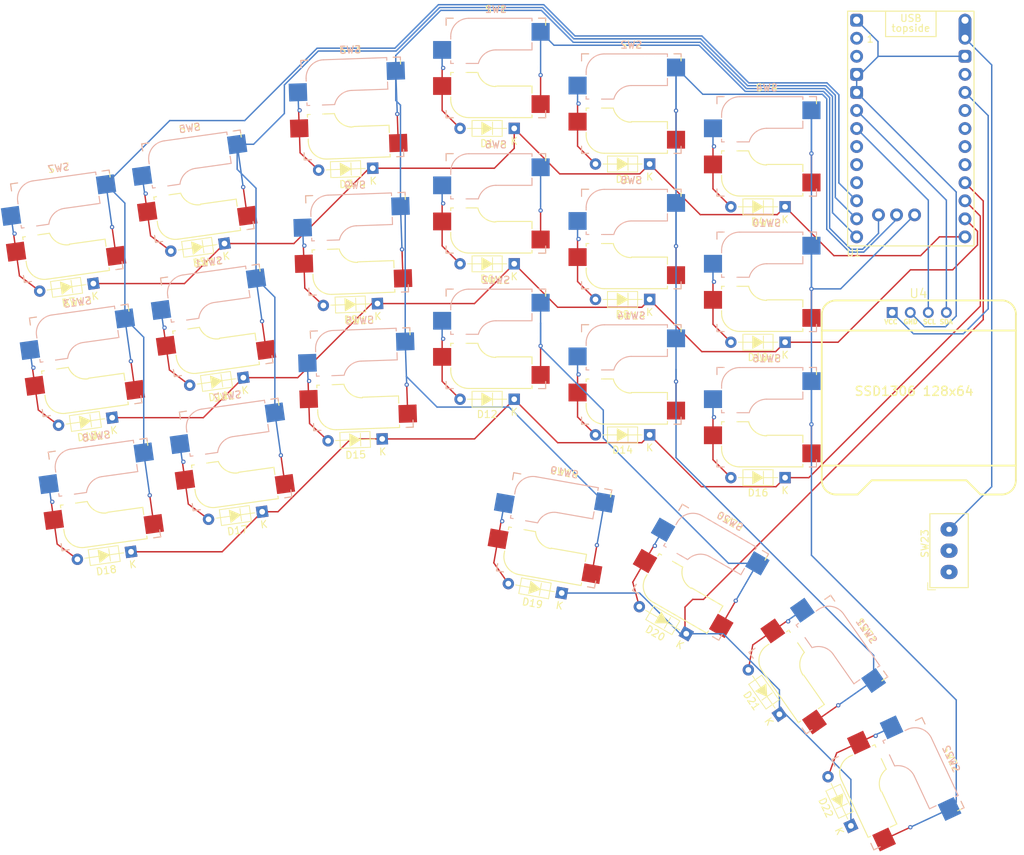
<source format=kicad_pcb>
(kicad_pcb (version 20241229) (generator "pcbnew") (generator_version "9.0")
  (title_block (title "Wing46") (rev "3"))
  (layers (0 "F.Cu" signal) (2 "B.Cu" signal) (13 "F.Paste" user) (15 "B.Paste" user) (5 "F.SilkS" user "F.Silkscreen") (7 "B.SilkS" user "B.Silkscreen") (1 "F.Mask" user) (3 "B.Mask" user) (25 "Edge.Cuts" user))
  (net 0 "")
  (net 1 "/Row1")
  (net 2 "/Col4")
  (net 3 "Earth")
  (net 4 "/Row4")
  (net 5 "/Col1")
  (net 6 "/Col5")
  (net 7 "/Col6")
  (net 8 "/Row2")
  (net 9 "/Col2")
  (net 10 "/Col3")
  (net 11 "/Row3")
  (net 17 "+3V3")
  (net 18 "/SDA")
  (net 19 "/SCL")
  (net 20 "/B+")
  (net 21 "Net-(D1-A)")
  (net 22 "Net-(D2-A)")
  (net 23 "Net-(D3-A)")
  (net 24 "Net-(D4-A)")
  (net 25 "Net-(D5-A)")
  (net 26 "Net-(D6-A)")
  (net 27 "Net-(D7-A)")
  (net 28 "Net-(D8-A)")
  (net 29 "Net-(D9-A)")
  (net 30 "Net-(D10-A)")
  (net 31 "Net-(D11-A)")
  (net 32 "Net-(D12-A)")
  (net 33 "Net-(D13-A)")
  (net 34 "Net-(D14-A)")
  (net 35 "Net-(D15-A)")
  (net 36 "Net-(D16-A)")
  (net 37 "Net-(D17-A)")
  (net 38 "Net-(D18-A)")
  (net 39 "Net-(D19-A)")
  (net 40 "Net-(D20-A)")
  (net 41 "Net-(D21-A)")
  (net 42 "Net-(D22-A)")
  (net 44 "Net-(BT1-+)")
  (footprint "PCM_Diode_THT_AKL:D_DO-35_SOD27_P7.62mm_Horizontal" (layer "F.Cu") (at 134.043972 96.549184 180)
    (property "Reference" "D14")
    (property "Value" "1N4148" (hide yes))
  )
  (footprint "keyswitches:Kailh_socket_MX_reversible" (layer "F.Cu") (at 52.053758 67.205861 8)
    (property "Reference" "SW7")
    (property "Value" "KS33_SW_HS")
  )
  (footprint "keyswitches:Kailh_socket_MX_reversible" (layer "F.Cu") (at 54.705005 86.070468 8)
    (property "Reference" "SW13")
    (property "Value" "KS33_SW_HS")
  )
  (footprint "PCM_Diode_THT_AKL:D_DO-35_SOD27_P7.62mm_Horizontal" (layer "F.Cu") (at 55.79162 75.264072 -172)
    (property "Reference" "D7")
    (property "Value" "1N4148" (hide yes))
  )
  (footprint "keyswitches:Kailh_socket_MX_reversible" (layer "F.Cu") (at 112.413972 63.986026)
    (property "Reference" "SW6")
    (property "Value" "KS33_SW_HS")
  )
  (footprint "keyswitches:Kailh_socket_MX_reversible" (layer "F.Cu") (at 131.463972 88.049184)
    (property "Reference" "SW14")
    (property "Value" "KS33_SW_HS")
  )
  (footprint "PCM_Diode_THT_AKL:D_DO-35_SOD27_P7.62mm_Horizontal" (layer "F.Cu") (at 79.540103 107.363416 -172)
    (property "Reference" "D17")
    (property "Value" "1N4148" (hide yes))
  )
  (footprint "keyswitches:Kailh_socket_MX_reversible" (layer "F.Cu") (at 150.513972 75.014973)
    (property "Reference" "SW10")
    (property "Value" "KS33_SW_HS")
  )
  (footprint "PCM_Diode_THT_AKL:D_DO-35_SOD27_P7.62mm_Horizontal" (layer "F.Cu") (at 76.888856 88.498809 -172)
    (property "Reference" "D11")
    (property "Value" "1N4148" (hide yes))
  )
  (footprint "keyswitches:Kailh_socket_MX_reversible" (layer "F.Cu") (at 150.513972 94.064973)
    (property "Reference" "SW16")
    (property "Value" "KS33_SW_HS")
  )
  (footprint "keyswitches:Kailh_socket_MX_reversible" (layer "F.Cu") (at 75.802241 99.305205 8)
    (property "Reference" "SW17")
    (property "Value" "KS33_SW_HS")
  )
  (footprint "keyswitches:Kailh_socket_MX_reversible" (layer "F.Cu") (at 120.607043 109.979303 -10)
    (property "Reference" "SW19")
    (property "Value" "KS33_SW_HS")
  )
  (footprint "PCM_Diode_THT_AKL:D_DO-35_SOD27_P7.62mm_Horizontal" (layer "F.Cu") (at 139.192448 124.524651 150)
    (property "Reference" "D20")
    (property "Value" "1N4148" (hide yes))
  )
  (footprint "PCM_Diode_THT_AKL:D_DO-35_SOD27_P7.62mm_Horizontal" (layer "F.Cu") (at 134.043972 77.499184 180)
    (property "Reference" "D8")
    (property "Value" "1N4148" (hide yes))
  )
  (footprint "PCM_Diode_THT_AKL:D_DO-35_SOD27_P7.62mm_Horizontal" (layer "F.Cu") (at 114.993972 91.536026 180)
    (property "Reference" "D12")
    (property "Value" "1N4148" (hide yes))
  )
  (footprint "keyswitches:Kailh_socket_MX_reversible" (layer "F.Cu") (at 112.413972 44.936026)
    (property "Reference" "SW1")
    (property "Value" "KS33_SW_HS")
  )
  (footprint "keyswitches:Kailh_socket_MX_reversible" (layer "F.Cu") (at 92.885698 69.67257 2)
    (property "Reference" "SW9")
    (property "Value" "KS33_SW_HS")
  )
  (footprint "keyswitches:Kailh_socket_MX_reversible" (layer "F.Cu") (at 157.781978 128.862511 -55)
    (property "Reference" "SW21")
    (property "Value" "KS33_SW_HS")
  )
  (footprint "keyswitches:Kailh_socket_MX_reversible" (layer "F.Cu") (at 168.967789 145.615351 -65)
    (property "Reference" "SW22")
    (property "Value" "KS33_SW_HS")
  )
  (footprint "keyswitches:Kailh_socket_MX_reversible" (layer "F.Cu") (at 131.463972 68.999184)
    (property "Reference" "SW8")
    (property "Value" "KS33_SW_HS")
  )
  (footprint "PCM_Diode_THT_AKL:D_DO-35_SOD27_P7.62mm_Horizontal" (layer "F.Cu") (at 95.095937 59.038956 -178)
    (property "Reference" "D3")
    (property "Value" "1N4148" (hide yes))
  )
  (footprint "PCM_Diode_THT_AKL:D_DO-35_SOD27_P7.62mm_Horizontal" (layer "F.Cu") (at 162.354528 151.54588 115)
    (property "Reference" "D22")
    (property "Value" "1N4148" (hide yes))
  )
  (footprint "keyswitches:Kailh_socket_MX_reversible" (layer "F.Cu") (at 93.550533 88.710965 2)
    (property "Reference" "SW15")
    (property "Value" "KS33_SW_HS")
  )
  (footprint "PCM_marbastlib-xp-promicroish:SuperMini_nRF52840_AH_USBup" (layer "F.Cu") (at 170.783973 54.726026)
    (property "Reference" "U1")
    (property "Value" "SuperMini nRF52840")
  )
  (footprint "PCM_Diode_THT_AKL:D_DO-35_SOD27_P7.62mm_Horizontal" (layer "F.Cu") (at 134.043972 58.449184 180)
    (property "Reference" "D2")
    (property "Value" "1N4148" (hide yes))
  )
  (footprint "PCM_Diode_THT_AKL:D_DO-35_SOD27_P7.62mm_Horizontal" (layer "F.Cu") (at 152.299013 135.851322 125)
    (property "Reference" "D21")
    (property "Value" "1N4148" (hide yes))
  )
  (footprint "keyswitches:Kailh_socket_MX_reversible" (layer "F.Cu") (at 131.463972 49.949184)
    (property "Reference" "SW2")
    (property "Value" "KS33_SW_HS")
  )
  (footprint "keyswitches:Kailh_socket_MX_reversible" (layer "F.Cu") (at 150.513972 55.964973)
    (property "Reference" "SW4")
    (property "Value" "KS33_SW_HS")
  )
  (footprint "PCM_SL_Devices:Slide_Switch_SPDT_P3mm_10x5x10mm" (layer "F.Cu") (at 176.163973 115.836026 90)
    (property "Reference" "SW23")
    (property "Value" "Slide_Switch_SPDT_P3mm_10x5x10mm")
  )
  (footprint "keyswitches:Kailh_socket_MX_reversible" (layer "F.Cu") (at 73.150994 80.440598 8)
    (property "Reference" "SW11")
    (property "Value" "KS33_SW_HS")
  )
  (footprint "keyswitches:Kailh_socket_MX_reversible" (layer "F.Cu") (at 57.356253 104.935075 8)
    (property "Reference" "SW18")
    (property "Value" "KS33_SW_HS")
  )
  (footprint "PCM_Diode_THT_AKL:D_DO-35_SOD27_P7.62mm_Horizontal" (layer "F.Cu") (at 58.442867 94.128679 -172)
    (property "Reference" "D13")
    (property "Value" "1N4148" (hide yes))
  )
  (footprint "PCM_Diode_THT_AKL:D_DO-35_SOD27_P7.62mm_Horizontal" (layer "F.Cu") (at 153.093972 102.564973 180)
    (property "Reference" "D16")
    (property "Value" "1N4148" (hide yes))
  )
  (footprint "keyswitches:Kailh_socket_MX_reversible" (layer "F.Cu") (at 141.208102 115.873436 -30)
    (property "Reference" "SW20")
    (property "Value" "KS33_SW_HS")
  )
  (footprint "Library:SSD1306" (layer "F.Cu") (at 158.257973 104.935926)
    (property "Reference" "U4")
    (property "Value" "SSD1306-128X64-OLED-0.96")
  )
  (footprint "PCM_Diode_THT_AKL:D_DO-35_SOD27_P7.62mm_Horizontal" (layer "F.Cu") (at 61.094115 112.993286 -172)
    (property "Reference" "D18")
    (property "Value" "1N4148" (hide yes))
  )
  (footprint "PCM_Diode_THT_AKL:D_DO-35_SOD27_P7.62mm_Horizontal" (layer "F.Cu") (at 153.093972 83.514973 180)
    (property "Reference" "D10")
    (property "Value" "1N4148" (hide yes))
  )
  (footprint "PCM_Diode_THT_AKL:D_DO-35_SOD27_P7.62mm_Horizontal" (layer "F.Cu") (at 96.425607 97.115746 -178)
    (property "Reference" "D15")
    (property "Value" "1N4148" (hide yes))
  )
  (footprint "PCM_Diode_THT_AKL:D_DO-35_SOD27_P7.62mm_Horizontal" (layer "F.Cu") (at 153.093972 64.464973 180)
    (property "Reference" "D4")
    (property "Value" "1N4148" (hide yes))
  )
  (footprint "PCM_Diode_THT_AKL:D_DO-35_SOD27_P7.62mm_Horizontal" (layer "F.Cu") (at 114.993972 72.486026 180)
    (property "Reference" "D6")
    (property "Value" "1N4148" (hide yes))
  )
  (footprint "keyswitches:Kailh_socket_MX_reversible" (layer "F.Cu") (at 92.220863 50.634175 2)
    (property "Reference" "SW3")
    (property "Value" "KS33_SW_HS")
  )
  (footprint "keyswitches:Kailh_socket_MX_reversible" (layer "F.Cu") (at 112.413972 83.036026)
    (property "Reference" "SW12")
    (property "Value" "KS33_SW_HS")
  )
  (footprint "keyswitches:Kailh_socket_MX_reversible" (layer "F.Cu") (at 70.499746 61.575992 8)
    (property "Reference" "SW5")
    (property "Value" "KS33_SW_HS")
  )
  (footprint "PCM_Diode_THT_AKL:D_DO-35_SOD27_P7.62mm_Horizontal" (layer "F.Cu") (at 74.237608 69.634203 -172)
    (property "Reference" "D5")
    (property "Value" "1N4148" (hide yes))
  )
  (footprint "PCM_Diode_THT_AKL:D_DO-35_SOD27_P7.62mm_Horizontal" (layer "F.Cu") (at 121.671837 118.798181 170)
    (property "Reference" "D19")
    (property "Value" "1N4148" (hide yes))
  )
  (footprint "PCM_Diode_THT_AKL:D_DO-35_SOD27_P7.62mm_Horizontal" (layer "F.Cu") (at 114.993972 53.436026 180)
    (property "Reference" "D1")
    (property "Value" "1N4148" (hide yes))
  )
  (footprint "PCM_Diode_THT_AKL:D_DO-35_SOD27_P7.62mm_Horizontal" (layer "F.Cu") (at 95.760772 78.077351 -178)
    (property "Reference" "D9")
    (property "Value" "1N4148" (hide yes))
  )
  (segment (start 151.992972 65.565973) (end 153.093972 64.464973) (width 0.2) (layer "F.Cu") (net 1))
  (segment (start 132.65713 59.836026) (end 134.043972 58.449184) (width 0.2) (layer "F.Cu") (net 1))
  (segment (start 95.095937 59.038956) (end 112.203333 59.038956) (width 0.2) (layer "F.Cu") (net 1))
  (segment (start 134.043972 58.449184) (end 141.160761 65.565973) (width 0.2) (layer "F.Cu") (net 1))
  (segment (start 112.203333 59.038956) (end 114.993972 56.248317) (width 0.2) (layer "F.Cu") (net 1))
  (segment (start 172.163973 71.336026) (end 174.803973 68.696026) (width 0.2) (layer "F.Cu") (net 1))
  (segment (start 114.993972 56.248317) (end 114.993972 53.436026) (width 0.2) (layer "F.Cu") (net 1))
  (segment (start 114.993972 53.436026) (end 121.393972 59.836026) (width 0.2) (layer "F.Cu") (net 1))
  (segment (start 74.237608 69.634203) (end 84.004546 69.634203) (width 0.2) (layer "F.Cu") (net 1))
  (segment (start 55.79162 75.264072) (end 68.607739 75.264072) (width 0.2) (layer "F.Cu") (net 1))
  (segment (start 68.607739 75.264072) (end 74.237608 69.634203) (width 0.2) (layer "F.Cu") (net 1))
  (segment (start 174.803973 68.696026) (end 178.403973 68.696026) (width 0.2) (layer "F.Cu") (net 1))
  (segment (start 94.599793 59.038956) (end 95.095937 59.038956) (width 0.2) (layer "F.Cu") (net 1))
  (segment (start 159.965025 71.336026) (end 172.163973 71.336026) (width 0.2) (layer "F.Cu") (net 1))
  (segment (start 84.004546 69.634203) (end 94.599793 59.038956) (width 0.2) (layer "F.Cu") (net 1))
  (segment (start 121.393972 59.836026) (end 132.65713 59.836026) (width 0.2) (layer "F.Cu") (net 1))
  (segment (start 141.160761 65.565973) (end 151.992972 65.565973) (width 0.2) (layer "F.Cu") (net 1))
  (segment (start 153.093972 64.464973) (end 159.965025 71.336026) (width 0.2) (layer "F.Cu") (net 1))
  (segment (start 118.703972 50.016026) (end 118.703972 45.936026) (width 0.2) (layer "F.Cu") (net 2))
  (segment (start 118.703972 88.116026) (end 118.703972 84.036026) (width 0.2) (layer "F.Cu") (net 2))
  (segment (start 118.703972 69.066026) (end 118.703972 64.986026) (width 0.2) (layer "F.Cu") (net 2))
  (segment (start 144.115402 123.417845) (end 146.155402 119.884461) (width 0.2) (layer "F.Cu") (net 2))
  (via (at 118.703972 45.936026) (size 0.6) (drill 0.3) (layers "F.Cu" "B.Cu") (net 2))
  (via (at 146.155402 119.884461) (size 0.6) (drill 0.3) (layers "F.Cu" "B.Cu") (net 2))
  (via (at 118.703972 64.986026) (size 0.6) (drill 0.3) (layers "F.Cu" "B.Cu") (net 2))
  (via (at 118.703972 84.036026) (size 0.6) (drill 0.3) (layers "F.Cu" "B.Cu") (net 2))
  (segment (start 149.195402 114.619027) (end 146.155402 119.884461) (width 0.2) (layer "B.Cu") (net 2))
  (segment (start 147.497873 48.237026) (end 140.997873 41.737026) (width 0.2) (layer "B.Cu") (net 2))
  (segment (start 166.237373 65.602306) (end 166.237373 68.195526) (width 0.2) (layer "B.Cu") (net 2))
  (segment (start 120.584972 41.737026) (end 118.703972 39.856026) (width 0.2) (layer "B.Cu") (net 2))
  (segment (start 118.703972 80.836026) (end 118.703972 84.036026) (width 0.2) (layer "B.Cu") (net 2))
  (segment (start 159.361973 49.104669) (end 158.49433 48.237026) (width 0.2) (layer "B.Cu") (net 2))
  (segment (start 118.703972 84.256893) (end 118.703972 80.836026) (width 0.2) (layer "B.Cu") (net 2))
  (segment (start 145.138765 114.619027) (end 127.524972 97.005234) (width 0.2) (layer "B.Cu") (net 2))
  (segment (start 127.524972 93.077893) (end 118.703972 84.256893) (width 0.2) (layer "B.Cu") (net 2))
  (segment (start 158.49433 48.237026) (end 147.497873 48.237026) (width 0.2) (layer "B.Cu") (net 2))
  (segment (start 162.330073 70.435026) (end 159.361973 67.466926) (width 0.2) (layer "B.Cu") (net 2))
  (segment (start 163.997873 70.435026) (end 162.330073 70.435026) (width 0.2) (layer "B.Cu") (net 2))
  (segment (start 166.237373 68.195526) (end 163.997873 70.435026) (width 0.2) (layer "B.Cu") (net 2))
  (segment (start 118.703972 39.856026) (end 118.703972 45.936026) (width 0.2) (layer "B.Cu") (net 2))
  (segment (start 118.703972 58.906026) (end 118.703972 64.986026) (width 0.2) (layer "B.Cu") (net 2))
  (segment (start 149.195402 114.619027) (end 145.138765 114.619027) (width 0.2) (layer "B.Cu") (net 2))
  (segment (start 159.361973 67.466926) (end 159.361973 49.104669) (width 0.2) (layer "B.Cu") (net 2))
  (segment (start 118.703972 77.956026) (end 118.703972 80.836026) (width 0.2) (layer "B.Cu") (net 2))
  (segment (start 127.524972 97.005234) (end 127.524972 93.077893) (width 0.2) (layer "B.Cu") (net 2))
  (segment (start 140.997873 41.737026) (end 120.584972 41.737026) (width 0.2) (layer "B.Cu") (net 2))
  (segment (start 177.163973 62.376026) (end 163.163973 48.376026) (width 0.2) (layer "B.Cu") (net 3))
  (segment (start 163.163973 38.216026) (end 166.163973 41.216026) (width 0.2) (layer "B.Cu") (net 3))
  (segment (start 177.163973 79.836026) (end 177.163973 62.376026) (width 0.2) (layer "B.Cu") (net 3))
  (segment (start 166.203973 43.296026) (end 178.403973 43.296026) (width 0.2) (layer "B.Cu") (net 3))
  (segment (start 170.703973 79.335226) (end 172.704773 81.336026) (width 0.2) (layer "B.Cu") (net 3))
  (segment (start 163.663973 45.836026) (end 166.163973 43.336026) (width 0.2) (layer "B.Cu") (net 3))
  (segment (start 166.163973 43.336026) (end 166.203973 43.296026) (width 0.2) (layer "B.Cu") (net 3))
  (segment (start 175.663973 81.336026) (end 177.163973 79.836026) (width 0.2) (layer "B.Cu") (net 3))
  (segment (start 172.704773 81.336026) (end 175.663973 81.336026) (width 0.2) (layer "B.Cu") (net 3))
  (segment (start 163.163973 48.376026) (end 163.163973 45.836026) (width 0.2) (layer "B.Cu") (net 3))
  (segment (start 166.163973 41.216026) (end 166.163973 43.336026) (width 0.2) (layer "B.Cu") (net 3))
  (segment (start 163.163973 45.836026) (end 163.663973 45.836026) (width 0.2) (layer "B.Cu") (net 3))
  (segment (start 139.192448 124.524651) (end 139.016807 124.34901) (width 0.2) (layer "F.Cu") (net 4))
  (segment (start 141.617698 119.691845) (end 180.965973 80.34357) (width 0.2) (layer "F.Cu") (net 4))
  (segment (start 140.101098 119.691845) (end 141.617698 119.691845) (width 0.2) (layer "F.Cu") (net 4))
  (segment (start 180.965973 63.638026) (end 178.403973 61.076026) (width 0.2) (layer "F.Cu") (net 4))
  (segment (start 139.016807 120.776136) (end 140.101098 119.691845) (width 0.2) (layer "F.Cu") (net 4))
  (segment (start 139.016807 124.34901) (end 139.016807 120.776136) (width 0.2) (layer "F.Cu") (net 4))
  (segment (start 180.965973 80.34357) (end 180.965973 63.638026) (width 0.2) (layer "F.Cu") (net 4))
  (segment (start 138.352598 124.524651) (end 139.192448 124.524651) (width 0.2) (layer "B.Cu") (net 4))
  (segment (start 152.299013 132.422985) (end 152.299013 135.851322) (width 0.2) (layer "B.Cu") (net 4))
  (segment (start 153.179269 135.851322) (end 162.354528 145.026581) (width 0.2) (layer "B.Cu") (net 4))
  (segment (start 132.626128 118.798181) (end 138.352598 124.524651) (width 0.2) (layer "B.Cu") (net 4))
  (segment (start 121.671837 118.798181) (end 132.626128 118.798181) (width 0.2) (layer "B.Cu") (net 4))
  (segment (start 152.299013 135.851322) (end 153.179269 135.851322) (width 0.2) (layer "B.Cu") (net 4))
  (segment (start 144.400679 124.524651) (end 152.299013 132.422985) (width 0.2) (layer "B.Cu") (net 4))
  (segment (start 162.354528 145.026581) (end 162.354528 151.54588) (width 0.2) (layer "B.Cu") (net 4))
  (segment (start 139.192448 124.524651) (end 144.400679 124.524651) (width 0.2) (layer "B.Cu") (net 4))
  (segment (start 58.989544 71.361024) (end 58.421717 67.32073) (width 0.2) (layer "F.Cu") (net 5))
  (segment (start 61.640791 90.225631) (end 61.072964 86.185337) (width 0.2) (layer "F.Cu") (net 5))
  (segment (start 64.292039 109.090238) (end 63.724212 105.049944) (width 0.2) (layer "F.Cu") (net 5))
  (via (at 58.421717 67.32073) (size 0.6) (drill 0.3) (layers "F.Cu" "B.Cu") (net 5))
  (via (at 61.072964 86.185337) (size 0.6) (drill 0.3) (layers "F.Cu" "B.Cu") (net 5))
  (via (at 63.724212 105.049944) (size 0.6) (drill 0.3) (layers "F.Cu" "B.Cu") (net 5))
  (segment (start 66.539419 52.336026) (end 77.084991 52.336026) (width 0.2) (layer "B.Cu") (net 5))
  (segment (start 160.663973 48.705369) (end 160.663973 61.116026) (width 0.2) (layer "B.Cu") (net 5))
  (segment (start 60.226792 80.164507) (end 60.226792 63.951147) (width 0.2) (layer "B.Cu") (net 5))
  (segment (start 87.269541 42.151476) (end 98.214323 42.151476) (width 0.2) (layer "B.Cu") (net 5))
  (segment (start 119.143172 36.034026) (end 123.544172 40.435026) (width 0.2) (layer "B.Cu") (net 5))
  (segment (start 62.87804 99.029114) (end 62.87804 82.815755) (width 0.2) (layer "B.Cu") (net 5))
  (segment (start 60.226792 63.951147) (end 57.575545 61.2999) (width 0.2) (layer "B.Cu") (net 5))
  (segment (start 62.87804 99.029114) (end 63.724212 105.049944) (width 0.2) (layer "B.Cu") (net 5))
  (segment (start 158.99263 47.034026) (end 160.663973 48.705369) (width 0.2) (layer "B.Cu") (net 5))
  (segment (start 147.996173 47.034026) (end 158.99263 47.034026) (width 0.2) (layer "B.Cu") (net 5))
  (segment (start 62.87804 82.815755) (end 60.226792 80.164507) (width 0.2) (layer "B.Cu") (net 5))
  (segment (start 98.214323 42.151476) (end 104.331773 36.034026) (width 0.2) (layer "B.Cu") (net 5))
  (segment (start 104.331773 36.034026) (end 119.143172 36.034026) (width 0.2) (layer "B.Cu") (net 5))
  (segment (start 141.397173 40.435026) (end 147.996173 47.034026) (width 0.2) (layer "B.Cu") (net 5))
  (segment (start 123.544172 40.435026) (end 141.397173 40.435026) (width 0.2) (layer "B.Cu") (net 5))
  (segment (start 77.084991 52.336026) (end 87.269541 42.151476) (width 0.2) (layer "B.Cu") (net 5))
  (segment (start 60.226792 80.164507) (end 61.072964 86.185337) (width 0.2) (layer "B.Cu") (net 5))
  (segment (start 57.575545 61.2999) (end 58.421717 67.32073) (width 0.2) (layer "B.Cu") (net 5))
  (segment (start 160.663973 61.116026) (end 163.163973 63.616026) (width 0.2) (layer "B.Cu") (net 5))
  (segment (start 57.575545 61.2999) (end 66.539419 52.336026) (width 0.2) (layer "B.Cu") (net 5))
  (segment (start 157.228481 136.928746) (end 160.570622 134.588554) (width 0.2) (layer "F.Cu") (net 6))
  (segment (start 137.753972 93.129184) (end 137.753972 89.049184) (width 0.2) (layer "F.Cu") (net 6))
  (segment (start 137.753972 55.029184) (end 137.753972 50.949184) (width 0.2) (layer "F.Cu") (net 6))
  (segment (start 137.753972 74.079184) (end 137.753972 69.999184) (width 0.2) (layer "F.Cu") (net 6))
  (via (at 137.753972 69.999184) (size 0.6) (drill 0.3) (layers "F.Cu" "B.Cu") (net 6))
  (via (at 137.753972 89.049184) (size 0.6) (drill 0.3) (layers "F.Cu" "B.Cu") (net 6))
  (via (at 137.753972 50.949184) (size 0.6) (drill 0.3) (layers "F.Cu" "B.Cu") (net 6))
  (via (at 160.570622 134.588554) (size 0.6) (drill 0.3) (layers "F.Cu" "B.Cu") (net 6))
  (segment (start 137.753972 82.969184) (end 137.753972 63.919184) (width 0.2) (layer "B.Cu") (net 6))
  (segment (start 137.753972 87.336026) (end 137.753972 89.049184) (width 0.2) (layer "B.Cu") (net 6))
  (segment (start 137.753972 82.969184) (end 137.753972 87.336026) (width 0.2) (layer "B.Cu") (net 6))
  (segment (start 158.960973 67.633026) (end 158.960973 49.270769) (width 0.2) (layer "B.Cu") (net 6))
  (segment (start 162.163973 70.836026) (end 158.960973 67.633026) (width 0.2) (layer "B.Cu") (net 6))
  (segment (start 137.753972 44.869184) (end 137.753972 50.949184) (width 0.2) (layer "B.Cu") (net 6))
  (segment (start 168.777373 66.222626) (end 164.163973 70.836026) (width 0.2) (layer "B.Cu") (net 6))
  (segment (start 164.163973 70.836026) (end 162.163973 70.836026) (width 0.2) (layer "B.Cu") (net 6))
  (segment (start 137.753972 63.919184) (end 137.753972 44.869184) (width 0.2) (layer "B.Cu") (net 6))
  (segment (start 141.522814 48.638026) (end 137.753972 44.869184) (width 0.2) (layer "B.Cu") (net 6))
  (segment (start 158.960973 49.270769) (end 158.32823 48.638026) (width 0.2) (layer "B.Cu") (net 6))
  (segment (start 165.551066 131.101209) (end 160.570622 134.588554) (width 0.2) (layer "B.Cu") (net 6))
  (segment (start 168.777373 65.602306) (end 168.777373 66.222626) (width 0.2) (layer "B.Cu") (net 6))
  (segment (start 137.753972 63.919184) (end 137.753972 69.999184) (width 0.2) (layer "B.Cu") (net 6))
  (segment (start 137.753972 99.765497) (end 137.753972 87.336026) (width 0.2) (layer "B.Cu") (net 6))
  (segment (start 165.551066 131.101209) (end 165.551066 127.562591) (width 0.2) (layer "B.Cu") (net 6))
  (segment (start 165.551066 127.562591) (end 137.753972 99.765497) (width 0.2) (layer "B.Cu") (net 6))
  (segment (start 158.32823 48.638026) (end 141.522814 48.638026) (width 0.2) (layer "B.Cu") (net 6))
  (segment (start 156.803972 80.094973) (end 156.803972 76.014973) (width 0.2) (layer "F.Cu") (net 7))
  (segment (start 156.803972 99.144973) (end 156.803972 95.064973) (width 0.2) (layer "F.Cu") (net 7))
  (segment (start 156.803972 61.044973) (end 156.803972 56.964973) (width 0.2) (layer "F.Cu") (net 7))
  (segment (start 167.022014 153.462928) (end 170.71975 151.738645) (width 0.2) (layer "F.Cu") (net 7))
  (via (at 156.803972 95.064973) (size 0.6) (drill 0.3) (layers "F.Cu" "B.Cu") (net 7))
  (via (at 156.803972 56.964973) (size 0.6) (drill 0.3) (layers "F.Cu" "B.Cu") (net 7))
  (via (at 170.71975 151.738645) (size 0.6) (drill 0.3) (layers "F.Cu" "B.Cu") (net 7))
  (via (at 156.803972 76.014973) (size 0.6) (drill 0.3) (layers "F.Cu" "B.Cu") (net 7))
  (segment (start 156.803972 88.984973) (end 156.803972 95.064973) (width 0.2) (layer "B.Cu") (net 7))
  (segment (start 176.230101 149.169126) (end 177.17071 148.228517) (width 0.2) (layer "B.Cu") (net 7))
  (segment (start 177.17071 148.228517) (end 177.17071 133.842763) (width 0.2) (layer "B.Cu") (net 7))
  (segment (start 176.230101 149.169126) (end 170.71975 151.738645) (width 0.2) (layer "B.Cu") (net 7))
  (segment (start 160.904706 76.014973) (end 156.803972 76.014973) (width 0.2) (layer "B.Cu") (net 7))
  (segment (start 171.317373 65.602306) (end 160.904706 76.014973) (width 0.2) (layer "B.Cu") (net 7))
  (segment (start 156.803972 88.984973) (end 156.803972 69.934973) (width 0.2) (layer "B.Cu") (net 7))
  (segment (start 156.803972 50.884973) (end 156.803972 56.964973) (width 0.2) (layer "B.Cu") (net 7))
  (segment (start 156.803972 113.476025) (end 156.803972 88.984973) (width 0.2) (layer "B.Cu") (net 7))
  (segment (start 156.803972 69.934973) (end 156.803972 76.014973) (width 0.2) (layer "B.Cu") (net 7))
  (segment (start 156.803972 69.934973) (end 156.803972 50.884973) (width 0.2) (layer "B.Cu") (net 7))
  (segment (start 177.17071 133.842763) (end 156.803972 113.476025) (width 0.2) (layer "B.Cu") (net 7))
  (segment (start 134.043972 77.499184) (end 141.380814 84.836026) (width 0.2) (layer "F.Cu") (net 8))
  (segment (start 160.552126 83.514973) (end 170.731073 73.336026) (width 0.2) (layer "F.Cu") (net 8))
  (segment (start 76.888856 88.498809) (end 84.538827 88.498809) (width 0.2) (layer "F.Cu") (net 8))
  (segment (start 84.538827 88.498809) (end 94.960285 78.077351) (width 0.2) (layer "F.Cu") (net 8))
  (segment (start 176.663973 73.336026) (end 180.163973 69.836026) (width 0.2) (layer "F.Cu") (net 8))
  (segment (start 180.163973 67.916026) (end 178.403973 66.156026) (width 0.2) (layer "F.Cu") (net 8))
  (segment (start 151.772919 84.836026) (end 153.093972 83.514973) (width 0.2) (layer "F.Cu") (net 8))
  (segment (start 180.163973 69.836026) (end 180.163973 67.916026) (width 0.2) (layer "F.Cu") (net 8))
  (segment (start 121.10813 78.600184) (end 132.942972 78.600184) (width 0.2) (layer "F.Cu") (net 8))
  (segment (start 71.258986 94.128679) (end 76.888856 88.498809) (width 0.2) (layer "F.Cu") (net 8))
  (segment (start 153.093972 83.514973) (end 160.552126 83.514973) (width 0.2) (layer "F.Cu") (net 8))
  (segment (start 141.380814 84.836026) (end 151.772919 84.836026) (width 0.2) (layer "F.Cu") (net 8))
  (segment (start 58.442867 94.128679) (end 71.258986 94.128679) (width 0.2) (layer "F.Cu") (net 8))
  (segment (start 95.760772 78.077351) (end 109.402647 78.077351) (width 0.2) (layer "F.Cu") (net 8))
  (segment (start 170.731073 73.336026) (end 176.663973 73.336026) (width 0.2) (layer "F.Cu") (net 8))
  (segment (start 94.960285 78.077351) (end 95.760772 78.077351) (width 0.2) (layer "F.Cu") (net 8))
  (segment (start 114.993972 72.486026) (end 121.10813 78.600184) (width 0.2) (layer "F.Cu") (net 8))
  (segment (start 109.402647 78.077351) (end 114.993972 72.486026) (width 0.2) (layer "F.Cu") (net 8))
  (segment (start 132.942972 78.600184) (end 134.043972 77.499184) (width 0.2) (layer "F.Cu") (net 8))
  (segment (start 77.435532 65.731155) (end 76.867705 61.690861) (width 0.2) (layer "F.Cu") (net 9))
  (segment (start 80.08678 84.595761) (end 79.518953 80.555467) (width 0.2) (layer "F.Cu") (net 9))
  (segment (start 82.738027 103.460368) (end 82.1702 99.420074) (width 0.2) (layer "F.Cu") (net 9))
  (via (at 82.1702 99.420074) (size 0.6) (drill 0.3) (layers "F.Cu" "B.Cu") (net 9))
  (via (at 76.867705 61.690861) (size 0.6) (drill 0.3) (layers "F.Cu" "B.Cu") (net 9))
  (via (at 79.518953 80.555467) (size 0.6) (drill 0.3) (layers "F.Cu" "B.Cu") (net 9))
  (segment (start 81.324028 77.185884) (end 78.672781 74.534637) (width 0.2) (layer "B.Cu") (net 9))
  (segment (start 104.497873 36.435026) (end 98.380423 42.552476) (width 0.2) (layer "B.Cu") (net 9))
  (segment (start 163.163973 66.156026) (end 160.163973 63.156026) (width 0.2) (layer "B.Cu") (net 9))
  (segment (start 82.663973 47.324144) (end 82.663973 51.336026) (width 0.2) (layer "B.Cu") (net 9))
  (segment (start 78.329968 55.670031) (end 76.021533 55.670031) (width 0.2) (layer "B.Cu") (net 9))
  (segment (start 158.82653 47.435026) (end 147.830073 47.435026) (width 0.2) (layer "B.Cu") (net 9))
  (segment (start 141.231073 40.836026) (end 123.378072 40.836026) (width 0.2) (layer "B.Cu") (net 9))
  (segment (start 78.672781 61.844834) (end 76.021533 59.193586) (width 0.2) (layer "B.Cu") (net 9))
  (segment (start 81.324028 93.399244) (end 82.1702 99.420074) (width 0.2) (layer "B.Cu") (net 9))
  (segment (start 160.163973 63.156026) (end 160.163973 48.772469) (width 0.2) (layer "B.Cu") (net 9))
  (segment (start 78.672781 74.534637) (end 78.672781 61.844834) (width 0.2) (layer "B.Cu") (net 9))
  (segment (start 160.163973 48.772469) (end 158.82653 47.435026) (width 0.2) (layer "B.Cu") (net 9))
  (segment (start 147.830073 47.435026) (end 141.231073 40.836026) (width 0.2) (layer "B.Cu") (net 9))
  (segment (start 76.021533 55.670031) (end 76.867705 61.690861) (width 0.2) (layer "B.Cu") (net 9))
  (segment (start 81.324028 93.399244) (end 81.324028 77.185884) (width 0.2) (layer "B.Cu") (net 9))
  (segment (start 82.663973 51.336026) (end 78.329968 55.670031) (width 0.2) (layer "B.Cu") (net 9))
  (segment (start 87.435641 42.552476) (end 82.663973 47.324144) (width 0.2) (layer "B.Cu") (net 9))
  (segment (start 78.672781 74.534637) (end 79.518953 80.555467) (width 0.2) (layer "B.Cu") (net 9))
  (segment (start 123.378072 40.836026) (end 118.977072 36.435026) (width 0.2) (layer "B.Cu") (net 9))
  (segment (start 98.380423 42.552476) (end 87.435641 42.552476) (width 0.2) (layer "B.Cu") (net 9))
  (segment (start 76.021533 59.193586) (end 76.021533 55.670031) (width 0.2) (layer "B.Cu") (net 9))
  (segment (start 118.977072 36.435026) (end 104.497873 36.435026) (width 0.2) (layer "B.Cu") (net 9))
  (segment (start 98.684321 55.491563) (end 98.541931 51.414048) (width 0.2) (layer "F.Cu") (net 10))
  (segment (start 100.013991 93.568353) (end 99.871601 89.490838) (width 0.2) (layer "F.Cu") (net 10))
  (segment (start 99.349156 74.529958) (end 99.206766 70.452443) (width 0.2) (layer "F.Cu") (net 10))
  (segment (start 125.919351 116.074373) (end 126.627836 112.056358) (width 0.2) (layer "F.Cu") (net 10))
  (via (at 98.541931 51.414048) (size 0.6) (drill 0.3) (layers "F.Cu" "B.Cu") (net 10))
  (via (at 99.871601 89.490838) (size 0.6) (drill 0.3) (layers "F.Cu" "B.Cu") (net 10))
  (via (at 99.206766 70.452443) (size 0.6) (drill 0.3) (layers "F.Cu" "B.Cu") (net 10))
  (via (at 126.627836 112.056358) (size 0.6) (drill 0.3) (layers "F.Cu" "B.Cu") (net 10))
  (segment (start 99.659412 83.414542) (end 99.831274 88.336026) (width 0.2) (layer "B.Cu") (net 10))
  (segment (start 147.663973 47.836026) (end 158.66043 47.836026) (width 0.2) (layer "B.Cu") (net 10))
  (segment (start 127.683617 106.068727) (end 126.627836 112.056358) (width 0.2) (layer "B.Cu") (net 10))
  (segment (start 123.310972 41.336026) (end 141.163973 41.336026) (width 0.2) (layer "B.Cu") (net 10))
  (segment (start 98.329742 45.337752) (end 98.541931 51.414048) (width 0.2) (layer "B.Cu") (net 10))
  (segment (start 159.762973 65.295026) (end 163.163973 68.696026) (width 0.2) (layer "B.Cu") (net 10))
  (segment (start 99.659412 65.040982) (end 98.994577 64.376147) (width 0.2) (layer "B.Cu") (net 10))
  (segment (start 98.329742 43.170257) (end 104.663973 36.836026) (width 0.2) (layer "B.Cu") (net 10))
  (segment (start 159.762973 48.938569) (end 159.762973 65.295026) (width 0.2) (layer "B.Cu") (net 10))
  (segment (start 99.831274 88.336026) (end 99.871601 89.490838) (width 0.2) (layer "B.Cu") (net 10))
  (segment (start 104.663973 36.836026) (end 118.810972 36.836026) (width 0.2) (layer "B.Cu") (net 10))
  (segment (start 98.994577 64.376147) (end 99.206766 70.452443) (width 0.2) (layer "B.Cu") (net 10))
  (segment (start 127.683617 106.068727) (end 114.251916 92.637026) (width 0.2) (layer "B.Cu") (net 10))
  (segment (start 118.810972 36.836026) (end 123.310972 41.336026) (width 0.2) (layer "B.Cu") (net 10))
  (segment (start 114.251916 92.637026) (end 104.132274 92.637026) (width 0.2) (layer "B.Cu") (net 10))
  (segment (start 98.994577 50.16663) (end 98.329742 49.501795) (width 0.2) (layer "B.Cu") (net 10))
  (segment (start 141.163973 41.336026) (end 147.663973 47.836026) (width 0.2) (layer "B.Cu") (net 10))
  (segment (start 104.132274 92.637026) (end 99.831274 88.336026) (width 0.2) (layer "B.Cu") (net 10))
  (segment (start 98.994577 64.376147) (end 98.994577 50.16663) (width 0.2) (layer "B.Cu") (net 10))
  (segment (start 98.329742 45.337752) (end 98.329742 43.170257) (width 0.2) (layer "B.Cu") (net 10))
  (segment (start 99.659412 83.414542) (end 99.659412 65.040982) (width 0.2) (layer "B.Cu") (net 10))
  (segment (start 98.329742 49.501795) (end 98.329742 45.337752) (width 0.2) (layer "B.Cu") (net 10))
  (segment (start 158.66043 47.836026) (end 159.762973 48.938569) (width 0.2) (layer "B.Cu") (net 10))
  (segment (start 109.414252 97.115746) (end 114.993972 91.536026) (width 0.2) (layer "F.Cu") (net 11))
  (segment (start 132.942972 97.650184) (end 134.043972 96.549184) (width 0.2) (layer "F.Cu") (net 11))
  (segment (start 81.757606 107.363416) (end 92.005276 97.115746) (width 0.2) (layer "F.Cu") (net 11))
  (segment (start 96.425607 97.115746) (end 109.414252 97.115746) (width 0.2) (layer "F.Cu") (net 11))
  (segment (start 151.822919 103.836026) (end 153.093972 102.564973) (width 0.2) (layer "F.Cu") (net 11))
  (segment (start 134.043972 96.549184) (end 141.330814 103.836026) (width 0.2) (layer "F.Cu") (net 11))
  (segment (start 156.435026 102.564973) (end 180.564973 78.435026) (width 0.2) (layer "F.Cu") (net 11))
  (segment (start 180.564973 78.435026) (end 180.564973 65.777026) (width 0.2) (layer "F.Cu") (net 11))
  (segment (start 73.910233 112.993286) (end 79.540103 107.363416) (width 0.2) (layer "F.Cu") (net 11))
  (segment (start 180.564973 65.777026) (end 178.403973 63.616026) (width 0.2) (layer "F.Cu") (net 11))
  (segment (start 61.094115 112.993286) (end 73.910233 112.993286) (width 0.2) (layer "F.Cu") (net 11))
  (segment (start 121.10813 97.650184) (end 132.942972 97.650184) (width 0.2) (layer "F.Cu") (net 11))
  (segment (start 79.540103 107.363416) (end 81.757606 107.363416) (width 0.2) (layer "F.Cu") (net 11))
  (segment (start 92.005276 97.115746) (end 96.425607 97.115746) (width 0.2) (layer "F.Cu") (net 11))
  (segment (start 141.330814 103.836026) (end 151.822919 103.836026) (width 0.2) (layer "F.Cu") (net 11))
  (segment (start 114.993972 91.536026) (end 121.10813 97.650184) (width 0.2) (layer "F.Cu") (net 11))
  (segment (start 153.093972 102.564973) (end 156.435026 102.564973) (width 0.2) (layer "F.Cu") (net 11))
  (segment (start 178.163973 82.336026) (end 181.663973 78.836026) (width 0.2) (layer "B.Cu") (net 17))
  (segment (start 181.663973 51.636026) (end 178.403973 48.376026) (width 0.2) (layer "B.Cu") (net 17))
  (segment (start 171.163973 82.336026) (end 178.163973 82.336026) (width 0.2) (layer "B.Cu") (net 17))
  (segment (start 181.663973 78.836026) (end 181.663973 51.636026) (width 0.2) (layer "B.Cu") (net 17))
  (segment (start 168.163973 79.336026) (end 171.163973 82.336026) (width 0.2) (layer "B.Cu") (net 17))
  (segment (start 175.783973 79.335226) (end 175.783973 63.536026) (width 0.2) (layer "B.Cu") (net 18))
  (segment (start 175.783973 63.536026) (end 163.163973 50.916026) (width 0.2) (layer "B.Cu") (net 18))
  (segment (start 173.243973 63.536026) (end 163.163973 53.456026) (width 0.2) (layer "B.Cu") (net 19))
  (segment (start 173.243973 79.335226) (end 173.243973 63.536026) (width 0.2) (layer "B.Cu") (net 19))
  (segment (start 176.163973 109.836026) (end 182.163973 103.836026) (width 0.2) (layer "B.Cu") (net 20))
  (segment (start 182.163973 103.836026) (end 182.163973 44.516026) (width 0.2) (layer "B.Cu") (net 20))
  (segment (start 182.163973 44.516026) (end 178.403973 40.756026) (width 0.2) (layer "B.Cu") (net 20))
  (segment (start 104.853972 50.916026) (end 107.373972 53.436026) (width 0.2) (layer "F.Cu") (net 21))
  (segment (start 104.853972 45.076026) (end 104.993972 44.936026) (width 0.2) (layer "F.Cu") (net 21))
  (segment (start 104.853972 47.476026) (end 104.853972 50.916026) (width 0.2) (layer "F.Cu") (net 21))
  (segment (start 104.853972 47.476026) (end 104.853972 45.076026) (width 0.2) (layer "F.Cu") (net 21))
  (via (at 104.993972 44.936026) (size 0.6) (drill 0.3) (layers "F.Cu" "B.Cu") (net 21))
  (segment (start 104.853972 44.796026) (end 104.993972 44.936026) (width 0.2) (layer "B.Cu") (net 21))
  (segment (start 104.853972 42.396026) (end 104.853972 44.796026) (width 0.2) (layer "B.Cu") (net 21))
  (segment (start 123.903972 55.929184) (end 126.423972 58.449184) (width 0.2) (layer "F.Cu") (net 22))
  (segment (start 123.903972 50.089184) (end 124.043972 49.949184) (width 0.2) (layer "F.Cu") (net 22))
  (segment (start 123.903972 52.489184) (end 123.903972 50.089184) (width 0.2) (layer "F.Cu") (net 22))
  (segment (start 123.903972 52.489184) (end 123.903972 55.929184) (width 0.2) (layer "F.Cu") (net 22))
  (via (at 124.043972 49.949184) (size 0.6) (drill 0.3) (layers "F.Cu" "B.Cu") (net 22))
  (segment (start 123.903972 49.809184) (end 124.043972 49.949184) (width 0.2) (layer "B.Cu") (net 22))
  (segment (start 123.903972 47.409184) (end 123.903972 49.809184) (width 0.2) (layer "B.Cu") (net 22))
  (segment (start 84.754113 53.436468) (end 84.670354 51.03793) (width 0.2) (layer "F.Cu") (net 23))
  (segment (start 84.754113 53.436468) (end 84.874167 56.874372) (width 0.2) (layer "F.Cu") (net 23))
  (segment (start 84.670354 51.03793) (end 84.805383 50.893129) (width 0.2) (layer "F.Cu") (net 23))
  (segment (start 84.874167 56.874372) (end 87.480579 59.30489) (width 0.2) (layer "F.Cu") (net 23))
  (via (at 84.805383 50.893129) (size 0.6) (drill 0.3) (layers "F.Cu" "B.Cu") (net 23))
  (segment (start 84.660582 50.7581) (end 84.805383 50.893129) (width 0.2) (layer "B.Cu") (net 23))
  (segment (start 84.576824 48.359562) (end 84.660582 50.7581) (width 0.2) (layer "B.Cu") (net 23))
  (segment (start 142.953972 58.504973) (end 142.953972 61.944973) (width 0.2) (layer "F.Cu") (net 24))
  (segment (start 142.953972 61.944973) (end 145.473972 64.464973) (width 0.2) (layer "F.Cu") (net 24))
  (segment (start 142.953972 58.504973) (end 142.953972 56.104973) (width 0.2) (layer "F.Cu") (net 24))
  (segment (start 142.953972 56.104973) (end 143.093972 55.964973) (width 0.2) (layer "F.Cu") (net 24))
  (via (at 143.093972 55.964973) (size 0.6) (drill 0.3) (layers "F.Cu" "B.Cu") (net 24))
  (segment (start 142.953972 55.824973) (end 143.093972 55.964973) (width 0.2) (layer "B.Cu") (net 24))
  (segment (start 142.953972 53.424973) (end 142.953972 55.824973) (width 0.2) (layer "B.Cu") (net 24))
  (segment (start 63.366819 65.143422) (end 63.845575 68.549944) (width 0.2) (layer "F.Cu") (net 25))
  (segment (start 63.366819 65.143422) (end 63.032804 62.766778) (width 0.2) (layer "F.Cu") (net 25))
  (segment (start 63.032804 62.766778) (end 63.151957 62.608656) (width 0.2) (layer "F.Cu") (net 25))
  (segment (start 63.845575 68.549944) (end 66.691766 70.694703) (width 0.2) (layer "F.Cu") (net 25))
  (via (at 63.151957 62.608656) (size 0.6) (drill 0.3) (layers "F.Cu" "B.Cu") (net 25))
  (segment (start 62.65982 60.11286) (end 62.993835 62.489503) (width 0.2) (layer "B.Cu") (net 25))
  (segment (start 62.993835 62.489503) (end 63.151957 62.608656) (width 0.2) (layer "B.Cu") (net 25))
  (segment (start 104.853972 66.526026) (end 104.853972 69.966026) (width 0.2) (layer "F.Cu") (net 26))
  (segment (start 104.853972 69.966026) (end 107.373972 72.486026) (width 0.2) (layer "F.Cu") (net 26))
  (segment (start 104.853972 66.526026) (end 104.853972 64.126026) (width 0.2) (layer "F.Cu") (net 26))
  (segment (start 104.853972 64.126026) (end 104.993972 63.986026) (width 0.2) (layer "F.Cu") (net 26))
  (via (at 104.993972 63.986026) (size 0.6) (drill 0.3) (layers "F.Cu" "B.Cu") (net 26))
  (segment (start 104.853972 61.446026) (end 104.853972 63.846026) (width 0.2) (layer "B.Cu") (net 26))
  (segment (start 104.853972 63.846026) (end 104.993972 63.986026) (width 0.2) (layer "B.Cu") (net 26))
  (segment (start 45.399587 74.179813) (end 48.245778 76.324572) (width 0.2) (layer "F.Cu") (net 27))
  (segment (start 44.920831 70.773291) (end 45.399587 74.179813) (width 0.2) (layer "F.Cu") (net 27))
  (segment (start 44.586816 68.396647) (end 44.705969 68.238525) (width 0.2) (layer "F.Cu") (net 27))
  (segment (start 44.920831 70.773291) (end 44.586816 68.396647) (width 0.2) (layer "F.Cu") (net 27))
  (via (at 44.705969 68.238525) (size 0.6) (drill 0.3) (layers "F.Cu" "B.Cu") (net 27))
  (segment (start 44.213832 65.742729) (end 44.547847 68.119372) (width 0.2) (layer "B.Cu") (net 27))
  (segment (start 44.547847 68.119372) (end 44.705969 68.238525) (width 0.2) (layer "B.Cu") (net 27))
  (segment (start 123.903972 71.539184) (end 123.903972 69.139184) (width 0.2) (layer "F.Cu") (net 28))
  (segment (start 123.903972 71.539184) (end 123.903972 74.979184) (width 0.2) (layer "F.Cu") (net 28))
  (segment (start 123.903972 74.979184) (end 126.423972 77.499184) (width 0.2) (layer "F.Cu") (net 28))
  (segment (start 123.903972 69.139184) (end 124.043972 68.999184) (width 0.2) (layer "F.Cu") (net 28))
  (via (at 124.043972 68.999184) (size 0.6) (drill 0.3) (layers "F.Cu" "B.Cu") (net 28))
  (segment (start 123.903972 66.459184) (end 123.903972 68.859184) (width 0.2) (layer "B.Cu") (net 28))
  (segment (start 123.903972 68.859184) (end 124.043972 68.999184) (width 0.2) (layer "B.Cu") (net 28))
  (segment (start 85.539002 75.912767) (end 88.145414 78.343285) (width 0.2) (layer "F.Cu") (net 29))
  (segment (start 85.418948 72.474863) (end 85.335189 70.076325) (width 0.2) (layer "F.Cu") (net 29))
  (segment (start 85.418948 72.474863) (end 85.539002 75.912767) (width 0.2) (layer "F.Cu") (net 29))
  (segment (start 85.335189 70.076325) (end 85.470218 69.931524) (width 0.2) (layer "F.Cu") (net 29))
  (via (at 85.470218 69.931524) (size 0.6) (drill 0.3) (layers "F.Cu" "B.Cu") (net 29))
  (segment (start 85.325417 69.796495) (end 85.470218 69.931524) (width 0.2) (layer "B.Cu") (net 29))
  (segment (start 85.241659 67.397957) (end 85.325417 69.796495) (width 0.2) (layer "B.Cu") (net 29))
  (segment (start 142.953972 75.154973) (end 143.093972 75.014973) (width 0.2) (layer "F.Cu") (net 30))
  (segment (start 142.953972 80.994973) (end 145.473972 83.514973) (width 0.2) (layer "F.Cu") (net 30))
  (segment (start 142.953972 77.554973) (end 142.953972 75.154973) (width 0.2) (layer "F.Cu") (net 30))
  (segment (start 142.953972 77.554973) (end 142.953972 80.994973) (width 0.2) (layer "F.Cu") (net 30))
  (via (at 143.093972 75.014973) (size 0.6) (drill 0.3) (layers "F.Cu" "B.Cu") (net 30))
  (segment (start 142.953972 74.874973) (end 143.093972 75.014973) (width 0.2) (layer "B.Cu") (net 30))
  (segment (start 142.953972 72.474973) (end 142.953972 74.874973) (width 0.2) (layer "B.Cu") (net 30))
  (segment (start 66.496823 87.41455) (end 69.343014 89.559309) (width 0.2) (layer "F.Cu") (net 31))
  (segment (start 66.018067 84.008028) (end 66.496823 87.41455) (width 0.2) (layer "F.Cu") (net 31))
  (segment (start 66.018067 84.008028) (end 65.684052 81.631384) (width 0.2) (layer "F.Cu") (net 31))
  (segment (start 65.684052 81.631384) (end 65.803205 81.473262) (width 0.2) (layer "F.Cu") (net 31))
  (via (at 65.803205 81.473262) (size 0.6) (drill 0.3) (layers "F.Cu" "B.Cu") (net 31))
  (segment (start 65.645083 81.354109) (end 65.803205 81.473262) (width 0.2) (layer "B.Cu") (net 31))
  (segment (start 65.311068 78.977466) (end 65.645083 81.354109) (width 0.2) (layer "B.Cu") (net 31))
  (segment (start 104.853972 85.576026) (end 104.853972 83.176026) (width 0.2) (layer "F.Cu") (net 32))
  (segment (start 104.853972 85.576026) (end 104.853972 89.016026) (width 0.2) (layer "F.Cu") (net 32))
  (segment (start 104.853972 89.016026) (end 107.373972 91.536026) (width 0.2) (layer "F.Cu") (net 32))
  (segment (start 104.853972 83.176026) (end 104.993972 83.036026) (width 0.2) (layer "F.Cu") (net 32))
  (via (at 104.993972 83.036026) (size 0.6) (drill 0.3) (layers "F.Cu" "B.Cu") (net 32))
  (segment (start 104.853972 80.496026) (end 104.853972 82.896026) (width 0.2) (layer "B.Cu") (net 32))
  (segment (start 104.853972 82.896026) (end 104.993972 83.036026) (width 0.2) (layer "B.Cu") (net 32))
  (segment (start 47.572078 89.637898) (end 48.050834 93.04442) (width 0.2) (layer "F.Cu") (net 33))
  (segment (start 47.238063 87.261254) (end 47.357216 87.103132) (width 0.2) (layer "F.Cu") (net 33))
  (segment (start 47.572078 89.637898) (end 47.238063 87.261254) (width 0.2) (layer "F.Cu") (net 33))
  (segment (start 48.050834 93.04442) (end 50.897025 95.189179) (width 0.2) (layer "F.Cu") (net 33))
  (via (at 47.357216 87.103132) (size 0.6) (drill 0.3) (layers "F.Cu" "B.Cu") (net 33))
  (segment (start 46.865079 84.607336) (end 47.199094 86.983979) (width 0.2) (layer "B.Cu") (net 33))
  (segment (start 47.199094 86.983979) (end 47.357216 87.103132) (width 0.2) (layer "B.Cu") (net 33))
  (segment (start 123.903972 88.189184) (end 124.043972 88.049184) (width 0.2) (layer "F.Cu") (net 34))
  (segment (start 123.903972 90.589184) (end 123.903972 88.189184) (width 0.2) (layer "F.Cu") (net 34))
  (segment (start 123.903972 94.029184) (end 126.423972 96.549184) (width 0.2) (layer "F.Cu") (net 34))
  (segment (start 123.903972 90.589184) (end 123.903972 94.029184) (width 0.2) (layer "F.Cu") (net 34))
  (via (at 124.043972 88.049184) (size 0.6) (drill 0.3) (layers "F.Cu" "B.Cu") (net 34))
  (segment (start 123.903972 85.509184) (end 123.903972 87.909184) (width 0.2) (layer "B.Cu") (net 34))
  (segment (start 123.903972 87.909184) (end 124.043972 88.049184) (width 0.2) (layer "B.Cu") (net 34))
  (segment (start 86.083783 91.513258) (end 86.000024 89.11472) (width 0.2) (layer "F.Cu") (net 35))
  (segment (start 86.083783 91.513258) (end 86.203837 94.951162) (width 0.2) (layer "F.Cu") (net 35))
  (segment (start 86.000024 89.11472) (end 86.135053 88.969919) (width 0.2) (layer "F.Cu") (net 35))
  (segment (start 86.203837 94.951162) (end 88.810249 97.38168) (width 0.2) (layer "F.Cu") (net 35))
  (via (at 86.135053 88.969919) (size 0.6) (drill 0.3) (layers "F.Cu" "B.Cu") (net 35))
  (segment (start 85.906494 86.436352) (end 85.990252 88.83489) (width 0.2) (layer "B.Cu") (net 35))
  (segment (start 85.990252 88.83489) (end 86.135053 88.969919) (width 0.2) (layer "B.Cu") (net 35))
  (segment (start 142.953972 94.204973) (end 143.093972 94.064973) (width 0.2) (layer "F.Cu") (net 36))
  (segment (start 142.953972 96.604973) (end 142.953972 100.044973) (width 0.2) (layer "F.Cu") (net 36))
  (segment (start 142.953972 96.604973) (end 142.953972 94.204973) (width 0.2) (layer "F.Cu") (net 36))
  (segment (start 142.953972 100.044973) (end 145.473972 102.564973) (width 0.2) (layer "F.Cu") (net 36))
  (via (at 143.093972 94.064973) (size 0.6) (drill 0.3) (layers "F.Cu" "B.Cu") (net 36))
  (segment (start 142.953972 91.524973) (end 142.953972 93.924973) (width 0.2) (layer "B.Cu") (net 36))
  (segment (start 142.953972 93.924973) (end 143.093972 94.064973) (width 0.2) (layer "B.Cu") (net 36))
  (segment (start 68.669314 102.872635) (end 69.14807 106.279157) (width 0.2) (layer "F.Cu") (net 37))
  (segment (start 68.335299 100.495991) (end 68.454452 100.337869) (width 0.2) (layer "F.Cu") (net 37))
  (segment (start 68.669314 102.872635) (end 68.335299 100.495991) (width 0.2) (layer "F.Cu") (net 37))
  (segment (start 69.14807 106.279157) (end 71.994261 108.423916) (width 0.2) (layer "F.Cu") (net 37))
  (via (at 68.454452 100.337869) (size 0.6) (drill 0.3) (layers "F.Cu" "B.Cu") (net 37))
  (segment (start 67.962315 97.842073) (end 68.29633 100.218716) (width 0.2) (layer "B.Cu") (net 37))
  (segment (start 68.29633 100.218716) (end 68.454452 100.337869) (width 0.2) (layer "B.Cu") (net 37))
  (segment (start 50.223326 108.502505) (end 50.702082 111.909027) (width 0.2) (layer "F.Cu") (net 38))
  (segment (start 50.223326 108.502505) (end 49.889311 106.125861) (width 0.2) (layer "F.Cu") (net 38))
  (segment (start 50.702082 111.909027) (end 53.548273 114.053786) (width 0.2) (layer "F.Cu") (net 38))
  (segment (start 49.889311 106.125861) (end 50.008464 105.967739) (width 0.2) (layer "F.Cu") (net 38))
  (via (at 50.008464 105.967739) (size 0.6) (drill 0.3) (layers "F.Cu" "B.Cu") (net 38))
  (segment (start 49.850342 105.848586) (end 50.008464 105.967739) (width 0.2) (layer "B.Cu") (net 38))
  (segment (start 49.516327 103.471943) (end 49.850342 105.848586) (width 0.2) (layer "B.Cu") (net 38))
  (segment (start 112.72083 111.167934) (end 113.137586 108.804396) (width 0.2) (layer "F.Cu") (net 39))
  (segment (start 112.72083 111.167934) (end 112.12348 114.555673) (width 0.2) (layer "F.Cu") (net 39))
  (segment (start 113.137586 108.804396) (end 113.299769 108.690834) (width 0.2) (layer "F.Cu") (net 39))
  (segment (start 112.12348 114.555673) (end 114.167602 117.474982) (width 0.2) (layer "F.Cu") (net 39))
  (via (at 113.299769 108.690834) (size 0.6) (drill 0.3) (layers "F.Cu" "B.Cu") (net 39))
  (segment (start 113.186207 108.52865) (end 113.299769 108.690834) (width 0.2) (layer "B.Cu") (net 39))
  (segment (start 113.602963 106.165111) (end 113.186207 108.52865) (width 0.2) (layer "B.Cu") (net 39))
  (segment (start 133.39095 114.293141) (end 131.67095 117.272268) (width 0.2) (layer "F.Cu") (net 40))
  (segment (start 131.67095 117.272268) (end 132.593334 120.714652) (width 0.2) (layer "F.Cu") (net 40))
  (segment (start 133.39095 114.293141) (end 134.59095 112.21468) (width 0.2) (layer "F.Cu") (net 40))
  (segment (start 134.59095 112.21468) (end 134.782194 112.163436) (width 0.2) (layer "F.Cu") (net 40))
  (via (at 134.782194 112.163436) (size 0.6) (drill 0.3) (layers "F.Cu" "B.Cu") (net 40))
  (segment (start 134.73095 111.972192) (end 134.782194 112.163436) (width 0.2) (layer "B.Cu") (net 40))
  (segment (start 135.93095 109.893731) (end 134.73095 111.972192) (width 0.2) (layer "B.Cu") (net 40))
  (segment (start 151.365094 124.126606) (end 153.331059 122.750022) (width 0.2) (layer "F.Cu") (net 41))
  (segment (start 153.331059 122.750022) (end 153.526041 122.784403) (width 0.2) (layer "F.Cu") (net 41))
  (segment (start 148.547211 126.099709) (end 147.92836 129.609384) (width 0.2) (layer "F.Cu") (net 41))
  (segment (start 151.365094 124.126606) (end 148.547211 126.099709) (width 0.2) (layer "F.Cu") (net 41))
  (via (at 153.526041 122.784403) (size 0.6) (drill 0.3) (layers "F.Cu" "B.Cu") (net 41))
  (segment (start 155.526386 121.212837) (end 153.560421 122.589421) (width 0.2) (layer "B.Cu") (net 41))
  (segment (start 153.560421 122.589421) (end 153.526041 122.784403) (width 0.2) (layer "B.Cu") (net 41))
  (segment (start 163.470773 139.837115) (end 165.645912 138.822831) (width 0.2) (layer "F.Cu") (net 42))
  (segment (start 165.645912 138.822831) (end 165.831961 138.890547) (width 0.2) (layer "F.Cu") (net 42))
  (segment (start 160.353074 141.290921) (end 159.134177 144.639815) (width 0.2) (layer "F.Cu") (net 42))
  (segment (start 163.470773 139.837115) (end 160.353074 141.290921) (width 0.2) (layer "F.Cu") (net 42))
  (via (at 165.831961 138.890547) (size 0.6) (drill 0.3) (layers "F.Cu" "B.Cu") (net 42))
  (segment (start 165.899678 138.704498) (end 165.831961 138.890547) (width 0.2) (layer "B.Cu") (net 42))
  (segment (start 168.074817 137.690214) (end 165.899678 138.704498) (width 0.2) (layer "B.Cu") (net 42))
)
</source>
